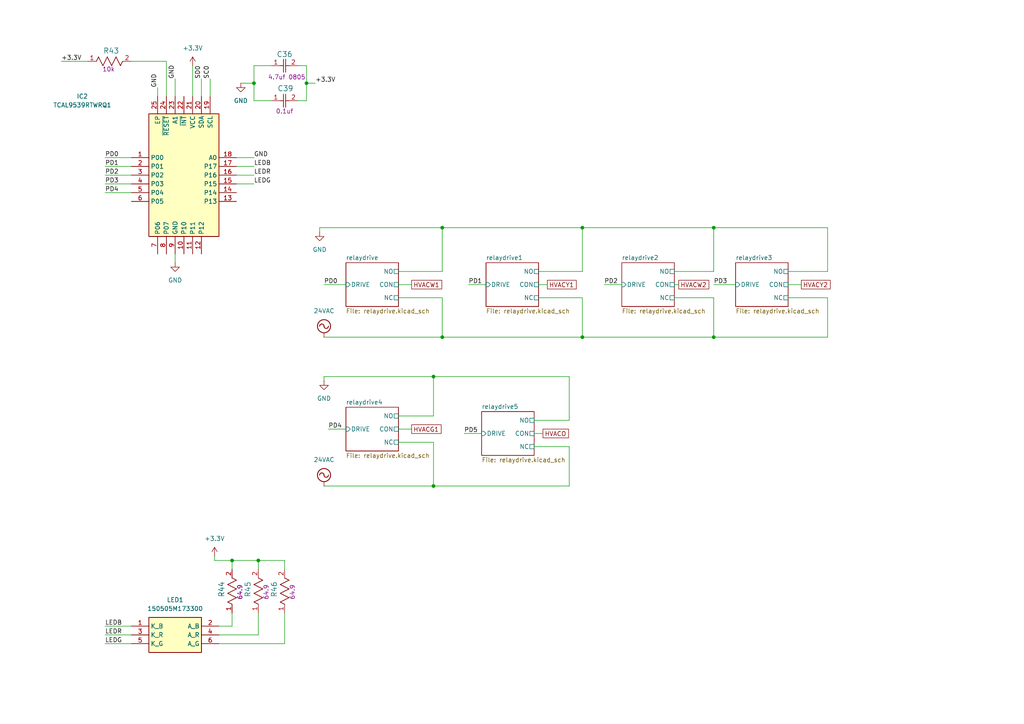
<source format=kicad_sch>
(kicad_sch (version 20250114) (generator "eeschema") (generator_version "9.0")
  (paper "A4")
  (lib_symbols
    (symbol "150505M173300:150505M173300"
      (property "Reference" "LED" (at 21.59 7.62 0))
      (property "Value" "150505M173300" (at 21.59 5.08 0))
      (symbol "150505M173300_1_1"
        (rectangle (start 5.08 2.54) (end 20.32 -7.62) (stroke (width 0.254)) (fill (type background)))
        (pin passive line (at 0 0 0) (length 5.08) (name "K_B") (number "1"))
        (pin passive line (at 0 -2.54 0) (length 5.08) (name "K_R") (number "3"))
        (pin passive line (at 0 -5.08 0) (length 5.08) (name "K_G") (number "5"))
        (pin passive line (at 25.4 0 180) (length 5.08) (name "A_B") (number "2"))
        (pin passive line (at 25.4 -2.54 180) (length 5.08) (name "A_R") (number "4"))
        (pin passive line (at 25.4 -5.08 180) (length 5.08) (name "A_G") (number "6"))
      )
    )
    (symbol "2025-04-05_21-56-13:RC0402FR-07820RL" (pin_names (offset 0.254))
      (property "Reference" "R" (at 5.715 3.81 0))
      (property "Value" "RC0402FR-07820RL" (at 6.35 -3.81 0))
      (symbol "RC0402FR-07820RL_1_1"
        (polyline (pts (xy 2.54 0) (xy 3.175 1.27)) (stroke (width 0.2032)))
        (polyline (pts (xy 3.175 1.27) (xy 4.445 -1.27)) (stroke (width 0.2032)))
        (polyline (pts (xy 4.445 -1.27) (xy 5.715 1.27)) (stroke (width 0.2032)))
        (polyline (pts (xy 5.715 1.27) (xy 6.985 -1.27)) (stroke (width 0.2032)))
        (polyline (pts (xy 6.985 -1.27) (xy 8.255 1.27)) (stroke (width 0.2032)))
        (polyline (pts (xy 8.255 1.27) (xy 9.525 -1.27)) (stroke (width 0.2032)))
        (polyline (pts (xy 9.525 -1.27) (xy 10.16 0)) (stroke (width 0.2032)))
        (pin unspecified line (at 0 0 0) (length 2.54) (name "") (number "1"))
        (pin unspecified line (at 12.7 0 180) (length 2.54) (name "") (number "2"))
      )
      (symbol "RC0402FR-07820RL_1_2"
        (polyline (pts (xy -1.27 8.255) (xy 1.27 9.525)) (stroke (width 0.2032)))
        (polyline (pts (xy -1.27 5.715) (xy 1.27 6.985)) (stroke (width 0.2032)))
        (polyline (pts (xy -1.27 3.175) (xy 1.27 4.445)) (stroke (width 0.2032)))
        (polyline (pts (xy 0 2.54) (xy -1.27 3.175)) (stroke (width 0.2032)))
        (polyline (pts (xy 1.27 9.525) (xy 0 10.16)) (stroke (width 0.2032)))
        (polyline (pts (xy 1.27 6.985) (xy -1.27 8.255)) (stroke (width 0.2032)))
        (polyline (pts (xy 1.27 4.445) (xy -1.27 5.715)) (stroke (width 0.2032)))
        (pin unspecified line (at 0 12.7 270) (length 2.54) (name "") (number "1"))
        (pin unspecified line (at 0 0 90) (length 2.54) (name "") (number "2"))
      )
    )
    (symbol "2025-04-06_15-56-13:GRM21BR61H106KE43K" (pin_names (offset 0.254))
      (property "Reference" "C" (at 3.81 3.81 0))
      (property "Value" "GRM21BR61H106KE43K" (at 3.81 -3.81 0))
      (symbol "GRM21BR61H106KE43K_1_1"
        (polyline (pts (xy 2.54 0) (xy 3.4798 0)) (stroke (width 0.2032)))
        (polyline (pts (xy 3.4798 -1.905) (xy 3.4798 1.905)) (stroke (width 0.2032)))
        (polyline (pts (xy 4.1148 0) (xy 5.08 0)) (stroke (width 0.2032)))
        (polyline (pts (xy 4.1148 -1.905) (xy 4.1148 1.905)) (stroke (width 0.2032)))
        (pin unspecified line (at 0 0 0) (length 2.54) (name "") (number "1"))
        (pin unspecified line (at 7.62 0 180) (length 2.54) (name "") (number "2"))
      )
      (symbol "GRM21BR61H106KE43K_1_2"
        (polyline (pts (xy -1.905 -3.4798) (xy 1.905 -3.4798)) (stroke (width 0.2032)))
        (polyline (pts (xy -1.905 -4.1148) (xy 1.905 -4.1148)) (stroke (width 0.2032)))
        (polyline (pts (xy 0 -2.54) (xy 0 -3.4798)) (stroke (width 0.2032)))
        (polyline (pts (xy 0 -4.1148) (xy 0 -5.08)) (stroke (width 0.2032)))
        (pin unspecified line (at 0 0 270) (length 2.54) (name "") (number "1"))
        (pin unspecified line (at 0 -7.62 90) (length 2.54) (name "") (number "2"))
      )
    )
    (symbol "2025-04-20_15-51-24:NMC0402X7R104K50TRPF" (pin_names (offset 0.254))
      (property "Reference" "C" (at 3.81 3.81 0))
      (property "Value" "NMC0402X7R103K16TRP" (at 3.81 -3.81 0))
      (symbol "NMC0402X7R104K50TRPF_1_1"
        (polyline (pts (xy 2.54 0) (xy 3.4798 0)) (stroke (width 0.2032)))
        (polyline (pts (xy 3.4798 -1.905) (xy 3.4798 1.905)) (stroke (width 0.2032)))
        (polyline (pts (xy 4.1148 0) (xy 5.08 0)) (stroke (width 0.2032)))
        (polyline (pts (xy 4.1148 -1.905) (xy 4.1148 1.905)) (stroke (width 0.2032)))
        (pin unspecified line (at 0 0 0) (length 2.54) (name "") (number "1"))
        (pin unspecified line (at 7.62 0 180) (length 2.54) (name "") (number "2"))
      )
      (symbol "NMC0402X7R104K50TRPF_1_2"
        (polyline (pts (xy -1.905 -3.4798) (xy 1.905 -3.4798)) (stroke (width 0.2032)))
        (polyline (pts (xy -1.905 -4.1148) (xy 1.905 -4.1148)) (stroke (width 0.2032)))
        (polyline (pts (xy 0 -2.54) (xy 0 -3.4798)) (stroke (width 0.2032)))
        (polyline (pts (xy 0 -4.1148) (xy 0 -5.08)) (stroke (width 0.2032)))
        (pin unspecified line (at 0 0 270) (length 2.54) (name "") (number "1"))
        (pin unspecified line (at 0 -7.62 90) (length 2.54) (name "") (number "2"))
      )
    )
    (symbol "TCAL9539RTWRQ1:TCAL9539RTWRQ1"
      (property "Reference" "IC" (at 26.67 17.78 0))
      (property "Value" "TCAL9539RTWRQ1" (at 26.67 15.24 0))
      (symbol "TCAL9539RTWRQ1_1_1"
        (rectangle (start 5.08 12.7) (end 25.4 -22.86) (stroke (width 0.254)) (fill (type background)))
        (pin passive line (at 0 0 0) (length 5.08) (name "P00") (number "1"))
        (pin passive line (at 0 -2.54 0) (length 5.08) (name "P01") (number "2"))
        (pin passive line (at 0 -5.08 0) (length 5.08) (name "P02") (number "3"))
        (pin passive line (at 0 -7.62 0) (length 5.08) (name "P03") (number "4"))
        (pin passive line (at 0 -10.16 0) (length 5.08) (name "P04") (number "5"))
        (pin passive line (at 0 -12.7 0) (length 5.08) (name "P05") (number "6"))
        (pin passive line (at 7.62 17.78 270) (length 5.08) (name "EP") (number "25"))
        (pin passive line (at 7.62 -27.94 90) (length 5.08) (name "P06") (number "7"))
        (pin passive line (at 10.16 17.78 270) (length 5.08) (name "~{RESET}") (number "24"))
        (pin passive line (at 10.16 -27.94 90) (length 5.08) (name "P07") (number "8"))
        (pin passive line (at 12.7 17.78 270) (length 5.08) (name "A1") (number "23"))
        (pin passive line (at 12.7 -27.94 90) (length 5.08) (name "GND") (number "9"))
        (pin passive line (at 15.24 17.78 270) (length 5.08) (name "~{INT}") (number "22"))
        (pin passive line (at 15.24 -27.94 90) (length 5.08) (name "P10") (number "10"))
        (pin passive line (at 17.78 17.78 270) (length 5.08) (name "VCC") (number "21"))
        (pin passive line (at 17.78 -27.94 90) (length 5.08) (name "P11") (number "11"))
        (pin passive line (at 20.32 17.78 270) (length 5.08) (name "SDA") (number "20"))
        (pin passive line (at 20.32 -27.94 90) (length 5.08) (name "P12") (number "12"))
        (pin passive line (at 22.86 17.78 270) (length 5.08) (name "SCL") (number "19"))
        (pin passive line (at 30.48 0 180) (length 5.08) (name "A0") (number "18"))
        (pin passive line (at 30.48 -2.54 180) (length 5.08) (name "P17") (number "17"))
        (pin passive line (at 30.48 -5.08 180) (length 5.08) (name "P16") (number "16"))
        (pin passive line (at 30.48 -7.62 180) (length 5.08) (name "P15") (number "15"))
        (pin passive line (at 30.48 -10.16 180) (length 5.08) (name "P14") (number "14"))
        (pin passive line (at 30.48 -12.7 180) (length 5.08) (name "P13") (number "13"))
      )
    )
    (symbol "power:+3.3V" (power) (pin_numbers (hide yes)) (pin_names (offset 0) (hide yes))
      (property "Value" "+3.3V" (at 0 3.556 0))
      (symbol "+3.3V_0_1"
        (polyline (pts (xy -0.762 1.27) (xy 0 2.54)))
        (polyline (pts (xy 0 2.54) (xy 0.762 1.27)))
        (polyline (pts (xy 0 0) (xy 0 2.54)))
      )
      (symbol "+3.3V_1_1"
        (pin power_in line (at 0 0 90) (length 0) (name "~") (number "1"))
      )
    )
    (symbol "power:AC" (power) (pin_numbers (hide yes)) (pin_names (offset 0) (hide yes))
      (property "Value" "AC" (at 0 6.35 0))
      (symbol "AC_0_1"
        (arc (start -1.27 3.175) (mid -0.635 3.8073) (end 0 3.175) (stroke (width 0.254)))
        (circle (center 0 3.175) (radius 1.905) (stroke (width 0.254)))
        (polyline (pts (xy 0 0) (xy 0 1.27)))
        (arc (start 1.27 3.175) (mid 0.635 2.5427) (end 0 3.175) (stroke (width 0.254)))
      )
      (symbol "AC_1_1"
        (pin power_in line (at 0 0 90) (length 0) (name "~") (number "1"))
      )
    )
    (symbol "power:GND" (power) (pin_numbers (hide yes)) (pin_names (offset 0) (hide yes))
      (property "Value" "GND" (at 0 -3.81 0))
      (symbol "GND_0_1"
        (polyline (pts (xy 0 0) (xy 0 -1.27) (xy 1.27 -1.27) (xy 0 -2.54) (xy -1.27 -1.27) (xy 0 -1.27)))
      )
      (symbol "GND_1_1"
        (pin power_in line (at 0 0 270) (length 0) (name "~") (number "1"))
      )
    )
  )
  (junction (at 207.01 97.79))
  (junction (at 88.9 24.13))
  (junction (at 74.93 162.56))
  (junction (at 125.73 109.22))
  (junction (at 73.66 24.13))
  (junction (at 128.27 66.04))
  (junction (at 168.91 66.04))
  (junction (at 67.31 162.56))
  (junction (at 125.73 140.97))
  (junction (at 207.01 66.04))
  (junction (at 168.91 97.79))
  (junction (at 128.27 97.79))
  (wire (pts (xy 92.71 66.04) (xy 128.27 66.04)))
  (wire (pts (xy 50.8 22.86) (xy 50.8 27.94)))
  (wire (pts (xy 93.98 109.22) (xy 125.73 109.22)))
  (wire (pts (xy 165.1 109.22) (xy 165.1 121.92)))
  (wire (pts (xy 78.74 19.05) (xy 73.66 19.05)))
  (wire (pts (xy 74.93 162.56) (xy 74.93 165.1)))
  (wire (pts (xy 128.27 66.04) (xy 128.27 78.74)))
  (wire (pts (xy 207.01 66.04) (xy 240.03 66.04)))
  (wire (pts (xy 82.55 177.8) (xy 82.55 186.69)))
  (wire (pts (xy 82.55 162.56) (xy 82.55 165.1)))
  (wire (pts (xy 195.58 86.36) (xy 207.01 86.36)))
  (wire (pts (xy 156.21 78.74) (xy 168.91 78.74)))
  (wire (pts (xy 86.36 19.05) (xy 88.9 19.05)))
  (wire (pts (xy 30.48 53.34) (xy 38.1 53.34)))
  (wire (pts (xy 30.48 184.15) (xy 38.1 184.15)))
  (wire (pts (xy 95.25 124.46) (xy 100.33 124.46)))
  (wire (pts (xy 207.01 66.04) (xy 207.01 78.74)))
  (wire (pts (xy 228.6 82.55) (xy 232.41 82.55)))
  (wire (pts (xy 240.03 86.36) (xy 228.6 86.36)))
  (wire (pts (xy 154.94 129.54) (xy 165.1 129.54)))
  (wire (pts (xy 73.66 19.05) (xy 73.66 24.13)))
  (wire (pts (xy 17.78 17.78) (xy 25.4 17.78)))
  (wire (pts (xy 30.48 181.61) (xy 38.1 181.61)))
  (wire (pts (xy 93.98 140.97) (xy 125.73 140.97)))
  (wire (pts (xy 68.58 53.34) (xy 73.66 53.34)))
  (wire (pts (xy 88.9 24.13) (xy 91.44 24.13)))
  (wire (pts (xy 207.01 97.79) (xy 240.03 97.79)))
  (wire (pts (xy 128.27 97.79) (xy 168.91 97.79)))
  (wire (pts (xy 30.48 48.26) (xy 38.1 48.26)))
  (wire (pts (xy 93.98 97.79) (xy 128.27 97.79)))
  (wire (pts (xy 168.91 66.04) (xy 168.91 78.74)))
  (wire (pts (xy 30.48 45.72) (xy 38.1 45.72)))
  (wire (pts (xy 88.9 19.05) (xy 88.9 24.13)))
  (wire (pts (xy 115.57 82.55) (xy 119.38 82.55)))
  (wire (pts (xy 115.57 120.65) (xy 125.73 120.65)))
  (wire (pts (xy 207.01 82.55) (xy 213.36 82.55)))
  (wire (pts (xy 60.96 22.86) (xy 60.96 27.94)))
  (wire (pts (xy 168.91 66.04) (xy 207.01 66.04)))
  (wire (pts (xy 154.94 125.73) (xy 157.48 125.73)))
  (wire (pts (xy 74.93 162.56) (xy 82.55 162.56)))
  (wire (pts (xy 115.57 128.27) (xy 125.73 128.27)))
  (wire (pts (xy 62.23 161.29) (xy 62.23 162.56)))
  (wire (pts (xy 68.58 50.8) (xy 73.66 50.8)))
  (wire (pts (xy 67.31 162.56) (xy 67.31 165.1)))
  (wire (pts (xy 125.73 109.22) (xy 165.1 109.22)))
  (wire (pts (xy 69.85 24.13) (xy 73.66 24.13)))
  (wire (pts (xy 45.72 25.4) (xy 45.72 27.94)))
  (wire (pts (xy 30.48 55.88) (xy 38.1 55.88)))
  (wire (pts (xy 55.88 19.05) (xy 55.88 27.94)))
  (wire (pts (xy 168.91 86.36) (xy 168.91 97.79)))
  (wire (pts (xy 30.48 50.8) (xy 38.1 50.8)))
  (wire (pts (xy 58.42 22.86) (xy 58.42 27.94)))
  (wire (pts (xy 38.1 17.78) (xy 48.26 17.78)))
  (wire (pts (xy 67.31 162.56) (xy 74.93 162.56)))
  (wire (pts (xy 240.03 78.74) (xy 228.6 78.74)))
  (wire (pts (xy 48.26 17.78) (xy 48.26 27.94)))
  (wire (pts (xy 195.58 78.74) (xy 207.01 78.74)))
  (wire (pts (xy 154.94 121.92) (xy 165.1 121.92)))
  (wire (pts (xy 115.57 124.46) (xy 119.38 124.46)))
  (wire (pts (xy 115.57 86.36) (xy 128.27 86.36)))
  (wire (pts (xy 240.03 66.04) (xy 240.03 78.74)))
  (wire (pts (xy 125.73 140.97) (xy 165.1 140.97)))
  (wire (pts (xy 175.26 82.55) (xy 180.34 82.55)))
  (wire (pts (xy 93.98 82.55) (xy 100.33 82.55)))
  (wire (pts (xy 30.48 186.69) (xy 38.1 186.69)))
  (wire (pts (xy 128.27 86.36) (xy 128.27 97.79)))
  (wire (pts (xy 74.93 184.15) (xy 63.5 184.15)))
  (wire (pts (xy 73.66 24.13) (xy 73.66 29.21)))
  (wire (pts (xy 128.27 66.04) (xy 168.91 66.04)))
  (wire (pts (xy 156.21 86.36) (xy 168.91 86.36)))
  (wire (pts (xy 135.89 82.55) (xy 140.97 82.55)))
  (wire (pts (xy 88.9 24.13) (xy 88.9 29.21)))
  (wire (pts (xy 125.73 120.65) (xy 125.73 109.22)))
  (wire (pts (xy 207.01 86.36) (xy 207.01 97.79)))
  (wire (pts (xy 156.21 82.55) (xy 158.75 82.55)))
  (wire (pts (xy 74.93 177.8) (xy 74.93 184.15)))
  (wire (pts (xy 68.58 48.26) (xy 73.66 48.26)))
  (wire (pts (xy 115.57 78.74) (xy 128.27 78.74)))
  (wire (pts (xy 125.73 128.27) (xy 125.73 140.97)))
  (wire (pts (xy 73.66 29.21) (xy 78.74 29.21)))
  (wire (pts (xy 195.58 82.55) (xy 196.85 82.55)))
  (wire (pts (xy 168.91 97.79) (xy 207.01 97.79)))
  (wire (pts (xy 93.98 110.49) (xy 93.98 109.22)))
  (wire (pts (xy 165.1 129.54) (xy 165.1 140.97)))
  (wire (pts (xy 240.03 97.79) (xy 240.03 86.36)))
  (wire (pts (xy 86.36 29.21) (xy 88.9 29.21)))
  (wire (pts (xy 67.31 181.61) (xy 63.5 181.61)))
  (wire (pts (xy 62.23 162.56) (xy 67.31 162.56)))
  (wire (pts (xy 67.31 177.8) (xy 67.31 181.61)))
  (wire (pts (xy 82.55 186.69) (xy 63.5 186.69)))
  (wire (pts (xy 134.62 125.73) (xy 139.7 125.73)))
  (wire (pts (xy 68.58 45.72) (xy 73.66 45.72)))
  (wire (pts (xy 92.71 67.31) (xy 92.71 66.04)))
  (wire (pts (xy 50.8 73.66) (xy 50.8 76.2)))
  (label "GND" (at 73.66 45.72 0))
  (label "GND" (at 45.72 25.4 90))
  (label "PD5" (at 134.62 125.73 0))
  (label "LEDB" (at 73.66 48.26 0))
  (label "LEDR" (at 30.48 184.15 0))
  (label "PD3" (at 30.48 53.34 0))
  (label "PD4" (at 95.25 124.46 0))
  (label "PD0" (at 93.98 82.55 0))
  (label "PD1" (at 135.89 82.55 0))
  (label "PD2" (at 175.26 82.55 0))
  (label "SD0" (at 58.42 22.86 90))
  (label "LEDG" (at 30.48 186.69 0))
  (label "LEDR" (at 73.66 50.8 0))
  (label "LEDG" (at 73.66 53.34 0))
  (label "SC0" (at 60.96 22.86 90))
  (label "+3.3V" (at 91.44 24.13 0))
  (label "+3.3V" (at 17.78 17.78 0))
  (label "PD4" (at 30.48 55.88 0))
  (label "PD1" (at 30.48 48.26 0))
  (label "PD0" (at 30.48 45.72 0))
  (label "PD3" (at 207.01 82.55 0))
  (label "LEDB" (at 30.48 181.61 0))
  (label "PD2" (at 30.48 50.8 0))
  (label "GND" (at 50.8 22.86 90))
  (global_label "HVACY1" (shape passive) (at 158.75 82.55 0) (property "Intersheetrefs" "${INTERSHEET_REFS}" (effects (hide yes))))
  (global_label "HVACW1" (shape passive) (at 119.38 82.55 0) (property "Intersheetrefs" "${INTERSHEET_REFS}" (effects (hide yes))))
  (global_label "HVACW2" (shape passive) (at 196.85 82.55 0) (property "Intersheetrefs" "${INTERSHEET_REFS}" (effects (hide yes))))
  (global_label "HVACO" (shape passive) (at 157.48 125.73 0) (property "Intersheetrefs" "${INTERSHEET_REFS}" (effects (hide yes))))
  (global_label "HVACG1" (shape passive) (at 119.38 124.46 0) (property "Intersheetrefs" "${INTERSHEET_REFS}" (effects (hide yes))))
  (global_label "HVACY2" (shape passive) (at 232.41 82.55 0) (property "Intersheetrefs" "${INTERSHEET_REFS}" (effects (hide yes))))
  (symbol (lib_id "power:AC") (at 93.98 97.79 0) (unit 1)
    (property "Reference" "#PWR052" (effects (hide yes)))
    (property "Value" "24VAC" (at 93.98 90.17 0))
    (property "Description" "Power symbol creates a global label with name \"AC\"" (effects (hide yes)))
  )
  (symbol (lib_id "2025-04-06_15-56-13:GRM21BR61H106KE43K") (at 78.74 19.05 0) (unit 1)
    (property "Reference" "C36" (at 82.55 15.748 0) (effects (font (size 1.524 1.524))))
    (property "Value" "GRM21BR61H475KE51L" (effects (hide yes)))
    (property "Footprint" "CAP_GRM21BR61H106KE43K_MUR" (effects (hide yes)))
    (property "Datasheet" "GRM21BR61H475KE51L" (effects (hide yes)))
    (property "Description" "4.7uf 0805" (at 77.724 22.352 0) (effects (justify left)))
  )
  (symbol (lib_id "power:AC") (at 93.98 140.97 0) (unit 1)
    (property "Reference" "#PWR053" (effects (hide yes)))
    (property "Value" "24VAC" (at 93.98 133.35 0))
    (property "Description" "Power symbol creates a global label with name \"AC\"" (effects (hide yes)))
  )
  (symbol (lib_id "2025-04-05_21-56-13:RC0402FR-07820RL") (at 67.31 177.8 90) (unit 1)
    (property "Reference" "R44" (at 64.262 170.942 0) (effects (font (size 1.524 1.524))))
    (property "Value" "RC0402FR-0764R9L" (effects (hide yes)))
    (property "Footprint" "YAG_R0402_YAG" (effects (hide yes)))
    (property "Datasheet" "RC0402FR-0764R9L" (effects (hide yes)))
    (property "Description" "64.9" (at 69.596 171.704 0))
  )
  (symbol (lib_id "power:GND") (at 92.71 67.31 0) (unit 1)
    (property "Reference" "#PWR056" (effects (hide yes)))
    (property "Value" "GND" (at 92.71 72.39 0))
    (property "Description" "Power symbol creates a global label with name \"GND\" , ground" (effects (hide yes)))
  )
  (symbol (lib_id "150505M173300:150505M173300") (at 38.1 181.61 0) (unit 1)
    (property "Reference" "LED1" (at 50.8 173.99 0))
    (property "Value" "150505M173300" (at 50.8 176.53 0))
    (property "Footprint" "150505M173300" (effects (hide yes)))
    (property "Datasheet" "https://www.we-online.com/components/products/datasheet/150505M173300.pdf" (effects (hide yes)))
    (property "Description" "2.4 V RGB LED 5050  SMD, Wurth Elektronik WL-SFTW 150505M173300" (effects (hide yes)))
    (property "Height" "1.7" (effects (hide yes)))
    (property "Mouser Part Number" "710-150505M173300" (effects (hide yes)))
    (property "Mouser Price/Stock" "https://www.mouser.co.uk/ProductDetail/Wurth-Elektronik/150505M173300?qs=fAHHVMwC%252Bbi%2FURn4Qu0%2FAA%3D%3D" (effects (hide yes)))
    (property "Manufacturer_Name" "Wurth Elektronik" (effects (hide yes)))
    (property "Manufacturer_Part_Number" "150505M173300" (effects (hide yes)))
  )
  (symbol (lib_id "power:GND") (at 69.85 24.13 0) (unit 1)
    (property "Reference" "#PWR037" (effects (hide yes)))
    (property "Value" "GND" (at 69.85 29.21 0))
    (property "Description" "Power symbol creates a global label with name \"GND\" , ground" (effects (hide yes)))
  )
  (symbol (lib_id "power:+3.3V") (at 55.88 19.05 0) (unit 1)
    (property "Reference" "#PWR035" (effects (hide yes)))
    (property "Value" "+3.3V" (at 55.88 13.97 0))
    (property "Description" "Power symbol creates a global label with name \"+3.3V\"" (effects (hide yes)))
  )
  (symbol (lib_id "TCAL9539RTWRQ1:TCAL9539RTWRQ1") (at 38.1 45.72 0) (unit 1)
    (property "Reference" "IC2" (at 23.876 27.94 0))
    (property "Value" "TCAL9539RTWRQ1" (at 23.876 30.48 0))
    (property "Footprint" "QFN50P400X400X80-25N-D" (effects (hide yes)))
    (property "Datasheet" "https://www.ti.com/lit/ds/symlink/tcal9539-q1.pdf?HQS=dis-mous-null-mousermode-dsf-pf-null-wwe&ts=1700652795434&ref_url=https%253A%252F%252Fwww.mouser.co.il%252F" (effects (hide yes)))
    (property "Description" "Interface - I/O Expanders Automotive 16-bit low voltage IC/SMBus I/O expander w/interrupt, reset and agile I/O configuration 24-WQFN -40 to 125" (effects (hide yes)))
    (property "Height" "0.8" (effects (hide yes)))
    (property "Mouser Part Number" "595-TCAL9539RTWRQ1" (effects (hide yes)))
    (property "Mouser Price/Stock" "https://www.mouser.co.uk/ProductDetail/Texas-Instruments/TCAL9539RTWRQ1?qs=HoCaDK9Nz5cqBCs4xXWfwA%3D%3D" (effects (hide yes)))
    (property "Manufacturer_Name" "Texas Instruments" (effects (hide yes)))
    (property "Manufacturer_Part_Number" "TCAL9539RTWRQ1" (effects (hide yes)))
  )
  (symbol (lib_id "power:GND") (at 93.98 110.49 0) (unit 1)
    (property "Reference" "#PWR058" (effects (hide yes)))
    (property "Value" "GND" (at 93.98 115.57 0))
    (property "Description" "Power symbol creates a global label with name \"GND\" , ground" (effects (hide yes)))
  )
  (symbol (lib_id "2025-04-05_21-56-13:RC0402FR-07820RL") (at 25.4 17.78 0) (unit 1)
    (property "Reference" "R43" (at 32.258 14.732 0) (effects (font (size 1.524 1.524))))
    (property "Value" "AC0402FR-0710KL" (effects (hide yes)))
    (property "Footprint" "YAG_R0402_YAG" (effects (hide yes)))
    (property "Datasheet" "AC0402FR-0710KL" (effects (hide yes)))
    (property "Description" "10k" (at 31.496 20.066 0))
  )
  (symbol (lib_id "power:+3.3V") (at 62.23 161.29 0) (unit 1)
    (property "Reference" "#PWR038" (effects (hide yes)))
    (property "Value" "+3.3V" (at 62.23 156.21 0))
    (property "Description" "Power symbol creates a global label with name \"+3.3V\"" (effects (hide yes)))
  )
  (symbol (lib_id "2025-04-05_21-56-13:RC0402FR-07820RL") (at 82.55 177.8 90) (unit 1)
    (property "Reference" "R46" (at 79.502 170.942 0) (effects (font (size 1.524 1.524))))
    (property "Value" "RC0402FR-0764R9L" (effects (hide yes)))
    (property "Footprint" "YAG_R0402_YAG" (effects (hide yes)))
    (property "Datasheet" "RC0402FR-0764R9L" (effects (hide yes)))
    (property "Description" "64.9" (at 84.836 171.704 0))
  )
  (symbol (lib_id "2025-04-20_15-51-24:NMC0402X7R104K50TRPF") (at 78.74 29.21 0) (unit 1)
    (property "Reference" "C39" (at 82.804 25.654 0) (effects (font (size 1.524 1.524))))
    (property "Value" "NMC0402X7R104K50TRPF" (effects (hide yes)))
    (property "Footprint" "CAP_NMC0402_NIC" (effects (hide yes)))
    (property "Datasheet" "NMC0402X7R104K50TRPF" (effects (hide yes)))
    (property "Description" "0.1uf" (at 82.55 32.258 0))
  )
  (symbol (lib_id "2025-04-05_21-56-13:RC0402FR-07820RL") (at 74.93 177.8 90) (unit 1)
    (property "Reference" "R45" (at 71.882 170.942 0) (effects (font (size 1.524 1.524))))
    (property "Value" "RC0402FR-0764R9L" (effects (hide yes)))
    (property "Footprint" "YAG_R0402_YAG" (effects (hide yes)))
    (property "Datasheet" "RC0402FR-0764R9L" (effects (hide yes)))
    (property "Description" "64.9" (at 77.216 171.704 0))
  )
  (symbol (lib_id "power:GND") (at 50.8 76.2 0) (unit 1)
    (property "Reference" "#PWR054" (effects (hide yes)))
    (property "Value" "GND" (at 50.8 81.28 0))
    (property "Description" "Power symbol creates a global label with name \"GND\" , ground" (effects (hide yes)))
  )
  (sheet (at 213.36 76.2) (size 15.24 12.7) (stroke (width 0.1524))
    (property "Sheetname" "relaydrive3" (at 213.36 75.4884 0) (effects (justify left bottom)))
    (property "Sheetfile" "relaydrive.kicad_sch" (at 213.36 89.4846 0) (effects (justify left top)))
    (pin "NO" passive (at 228.6 78.74 0))
    (pin "DRIVE" input (at 213.36 82.55 180))
    (pin "CON" passive (at 228.6 82.55 0))
    (pin "NC" passive (at 228.6 86.36 0))
  )
  (sheet (at 180.34 76.2) (size 15.24 12.7) (stroke (width 0.1524))
    (property "Sheetname" "relaydrive2" (at 180.34 75.4884 0) (effects (justify left bottom)))
    (property "Sheetfile" "relaydrive.kicad_sch" (at 180.34 89.4846 0) (effects (justify left top)))
    (pin "NO" passive (at 195.58 78.74 0))
    (pin "DRIVE" input (at 180.34 82.55 180))
    (pin "CON" passive (at 195.58 82.55 0))
    (pin "NC" passive (at 195.58 86.36 0))
  )
  (sheet (at 100.33 76.2) (size 15.24 12.7) (stroke (width 0.1524))
    (property "Sheetname" "relaydrive" (at 100.33 75.4884 0) (effects (justify left bottom)))
    (property "Sheetfile" "relaydrive.kicad_sch" (at 100.33 89.4846 0) (effects (justify left top)))
    (pin "NO" passive (at 115.57 78.74 0))
    (pin "DRIVE" input (at 100.33 82.55 180))
    (pin "CON" passive (at 115.57 82.55 0))
    (pin "NC" passive (at 115.57 86.36 0))
  )
  (sheet (at 100.33 118.11) (size 15.24 12.7) (stroke (width 0.1524))
    (property "Sheetname" "relaydrive4" (at 100.33 117.3984 0) (effects (justify left bottom)))
    (property "Sheetfile" "relaydrive.kicad_sch" (at 100.33 131.3946 0) (effects (justify left top)))
    (pin "NO" passive (at 115.57 120.65 0))
    (pin "DRIVE" input (at 100.33 124.46 180))
    (pin "CON" passive (at 115.57 124.46 0))
    (pin "NC" passive (at 115.57 128.27 0))
  )
  (sheet (at 140.97 76.2) (size 15.24 12.7) (stroke (width 0.1524))
    (property "Sheetname" "relaydrive1" (at 140.97 75.4884 0) (effects (justify left bottom)))
    (property "Sheetfile" "relaydrive.kicad_sch" (at 140.97 89.4846 0) (effects (justify left top)))
    (pin "NO" passive (at 156.21 78.74 0))
    (pin "DRIVE" input (at 140.97 82.55 180))
    (pin "CON" passive (at 156.21 82.55 0))
    (pin "NC" passive (at 156.21 86.36 0))
  )
  (sheet (at 139.7 119.38) (size 15.24 12.7) (stroke (width 0.1524))
    (property "Sheetname" "relaydrive5" (at 139.7 118.6684 0) (effects (justify left bottom)))
    (property "Sheetfile" "relaydrive.kicad_sch" (at 139.7 132.6646 0) (effects (justify left top)))
    (pin "NO" passive (at 154.94 121.92 0))
    (pin "DRIVE" input (at 139.7 125.73 180))
    (pin "CON" passive (at 154.94 125.73 0))
    (pin "NC" passive (at 154.94 129.54 0))
  )
)
</source>
